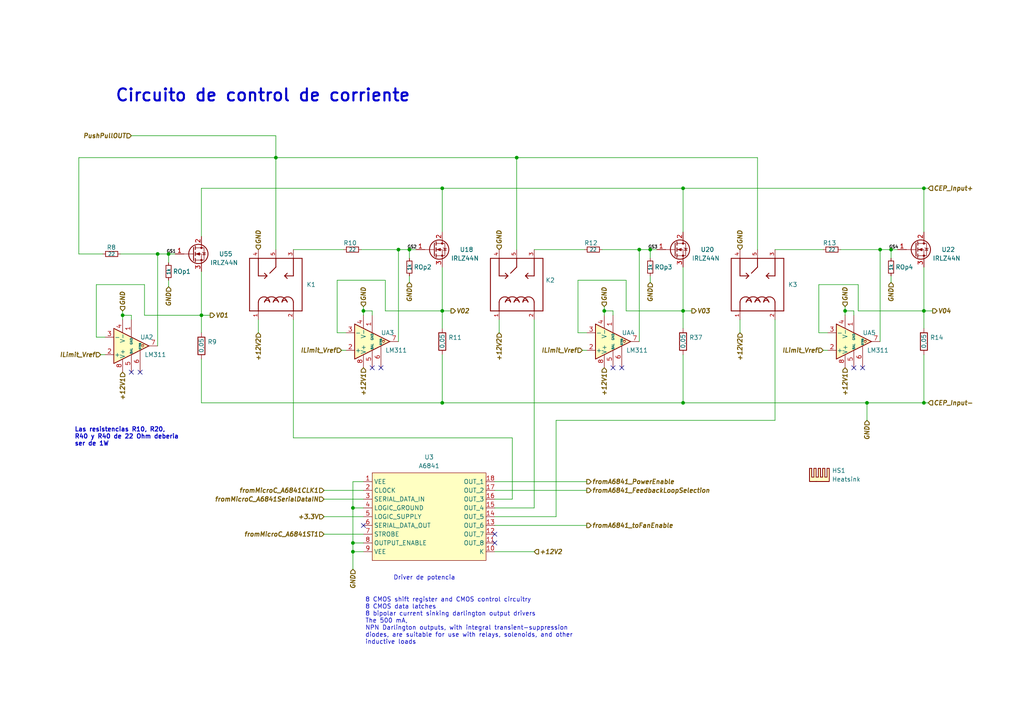
<source format=kicad_sch>
(kicad_sch (version 20211123) (generator eeschema)
  (paper "A4")
  (title_block (rev "V01") (comment 2 "creativecommons.orgn/licenses/by/4.0/") (comment 3 "License: CC BY 4.0") (comment 4 "Author: Ibañez Lucas"))
  (lib_symbols
    (symbol "CEDCp:A6841"
      (property "Reference" "U" (at 2.54 3.81 0))
      (property "Value" "A6841" (at 16.51 0 0))
      (symbol "A6841_0_1"
        (rectangle (start 0 2.54) (end 33.02 -22.86) (fill (type background)))
      )
      (symbol "A6841_1_1"
        (pin input line (at -2.54 0 0) (length 2.54) (name "VEE") (number "1"))
        (pin input line (at 35.56 -20.32 180) (length 2.54) (name "K") (number "10"))
        (pin input line (at 35.56 -17.78 180) (length 2.54) (name "OUT_8") (number "11"))
        (pin input line (at 35.56 -15.24 180) (length 2.54) (name "OUT_7") (number "12"))
        (pin input line (at 35.56 -12.7 180) (length 2.54) (name "OUT_6") (number "13"))
        (pin input line (at 35.56 -10.16 180) (length 2.54) (name "OUT_5") (number "14"))
        (pin input line (at 35.56 -7.62 180) (length 2.54) (name "OUT_4") (number "15"))
        (pin input line (at 35.56 -5.08 180) (length 2.54) (name "OUT_3") (number "16"))
        (pin input line (at 35.56 -2.54 180) (length 2.54) (name "OUT_2") (number "17"))
        (pin input line (at 35.56 0 180) (length 2.54) (name "OUT_1") (number "18"))
        (pin input line (at -2.54 -2.54 0) (length 2.54) (name "CLOCK") (number "2"))
        (pin input line (at -2.54 -5.08 0) (length 2.54) (name "SERIAL_DATA_IN") (number "3"))
        (pin input line (at -2.54 -7.62 0) (length 2.54) (name "LOGIC_GROUND") (number "4"))
        (pin input line (at -2.54 -10.16 0) (length 2.54) (name "LOGIC_SUPPLY") (number "5"))
        (pin input line (at -2.54 -12.7 0) (length 2.54) (name "SERIAL_DATA_OUT") (number "6"))
        (pin input line (at -2.54 -15.24 0) (length 2.54) (name "STROBE") (number "7"))
        (pin input line (at -2.54 -17.78 0) (length 2.54) (name "OUTPUT_ENABLE") (number "8"))
        (pin input line (at -2.54 -20.32 0) (length 2.54) (name "VEE") (number "9"))
      )
    )
    (symbol "CEDCp:JJM1-12V" (pin_names (offset 1.016) hide)
      (property "Reference" "K" (at -7.62 8.128 0))
      (property "Value" "JJM1-12V" (at -7.62 -10.16 0))
      (symbol "JJM1-12V_0_0"
        (arc (start -5.08 -5.08) (mid -3.5511 -3.429) (end -5.08 -1.778) (stroke (width 0.254)))
        (arc (start -5.08 -3.302) (mid -4.513 -2.54) (end -5.08 -1.778) (stroke (width 0.254)))
        (arc (start -5.08 -3.302) (mid -3.5499 -1.27) (end -5.08 0.762) (stroke (width 0.254)))
        (arc (start -5.08 -0.762) (mid -4.513 0) (end -5.08 0.762) (stroke (width 0.254)))
        (arc (start -5.08 -0.762) (mid -3.5314 1.27) (end -5.08 3.302) (stroke (width 0.254)))
        (arc (start -5.08 1.778) (mid -4.513 2.54) (end -5.08 3.302) (stroke (width 0.254)))
        (arc (start -5.08 1.778) (mid -3.5511 3.429) (end -5.08 5.08) (stroke (width 0.254)))
        (polyline (pts (xy -7.62 -7.62) (xy -7.62 -5.08)) (stroke (width 0.254)))
        (polyline (pts (xy -7.62 -5.08) (xy -7.62 5.08)) (stroke (width 0.254)))
        (polyline (pts (xy -7.62 -5.08) (xy -5.08 -5.08)) (stroke (width 0.254)))
        (polyline (pts (xy -7.62 5.08) (xy -7.62 7.62)) (stroke (width 0.254)))
        (polyline (pts (xy -7.62 5.08) (xy -5.08 5.08)) (stroke (width 0.254)))
        (polyline (pts (xy -7.62 7.62) (xy 7.62 7.62)) (stroke (width 0.254)))
        (polyline (pts (xy 2.54 -5.08) (xy 2.54 -2.54)) (stroke (width 0.254)))
        (polyline (pts (xy 2.54 -2.54) (xy 1.778 -3.302)) (stroke (width 0.254)))
        (polyline (pts (xy 2.54 -2.54) (xy 3.302 -3.302)) (stroke (width 0.254)))
        (polyline (pts (xy 2.54 2.54) (xy 1.778 3.302)) (stroke (width 0.254)))
        (polyline (pts (xy 2.54 2.54) (xy 3.302 3.302)) (stroke (width 0.254)))
        (polyline (pts (xy 2.54 5.08) (xy 2.54 2.54)) (stroke (width 0.254)))
        (polyline (pts (xy 5.08 0) (xy 3.302 1.778)) (stroke (width 0.254)))
        (polyline (pts (xy 7.62 -7.62) (xy -7.62 -7.62)) (stroke (width 0.254)))
        (polyline (pts (xy 7.62 -5.08) (xy 2.54 -5.08)) (stroke (width 0.254)))
        (polyline (pts (xy 7.62 -5.08) (xy 7.62 -7.62)) (stroke (width 0.254)))
        (polyline (pts (xy 7.62 0) (xy 5.08 0)) (stroke (width 0.254)))
        (polyline (pts (xy 7.62 0) (xy 7.62 -5.08)) (stroke (width 0.254)))
        (polyline (pts (xy 7.62 5.08) (xy 2.54 5.08)) (stroke (width 0.254)))
        (polyline (pts (xy 7.62 5.08) (xy 7.62 0)) (stroke (width 0.254)))
        (polyline (pts (xy 7.62 7.62) (xy 7.62 5.08)) (stroke (width 0.254)))
        (pin passive line (at -10.16 5.08 0) (length 2.54) (name "~") (number "1"))
        (pin passive line (at -10.16 -5.08 0) (length 2.54) (name "~") (number "2"))
        (pin passive line (at 10.16 -5.08 180) (length 2.54) (name "NO") (number "3"))
        (pin passive line (at 10.16 5.08 180) (length 2.54) (name "NC") (number "4"))
        (pin passive line (at 10.16 0 180) (length 2.54) (name "C") (number "5"))
      )
    )
    (symbol "Comparator:LM311" (pin_names (offset 0.127))
      (property "Reference" "U" (at 3.81 6.35 0))
      (property "Value" "LM311" (at 3.81 3.81 0))
      (symbol "LM311_0_1"
        (polyline (pts (xy 5.08 0) (xy -5.08 5.08) (xy -5.08 -5.08) (xy 5.08 0)) (stroke (width 0.254)) (fill (type background)))
        (polyline (pts (xy 3.683 -0.381) (xy 3.302 -0.381) (xy 3.683 0) (xy 3.302 0.381) (xy 2.921 0) (xy 3.302 -0.381) (xy 2.921 -0.381)) (stroke (width 0.127)))
      )
      (symbol "LM311_1_1"
        (pin passive line (at 0 -7.62 90) (length 5.08) (name "GND") (number "1"))
        (pin input line (at -7.62 2.54 0) (length 2.54) (name "+") (number "2"))
        (pin input line (at -7.62 -2.54 0) (length 2.54) (name "-") (number "3"))
        (pin power_in line (at -2.54 -7.62 90) (length 3.81) (name "V-") (number "4"))
        (pin input line (at 0 7.62 270) (length 5.08) (name "BAL") (number "5"))
        (pin input line (at 2.54 7.62 270) (length 6.35) (name "STRB") (number "6"))
        (pin open_collector line (at 7.62 0 180) (length 2.54) (name "~") (number "7"))
        (pin power_in line (at -2.54 7.62 270) (length 3.81) (name "V+") (number "8"))
      )
    )
    (symbol "Device:R" (pin_numbers hide) (pin_names (offset 0))
      (property "Reference" "R" (at 2.032 0 90))
      (property "Value" "R" (at 0 0 90))
      (symbol "R_0_1"
        (rectangle (start -1.016 -2.54) (end 1.016 2.54) (stroke (width 0.254)))
      )
      (symbol "R_1_1"
        (pin passive line (at 0 3.81 270) (length 1.27) (name "~") (number "1"))
        (pin passive line (at 0 -3.81 90) (length 1.27) (name "~") (number "2"))
      )
    )
    (symbol "Device:R_Small" (pin_numbers hide) (pin_names (offset 0.254) hide)
      (property "Reference" "R" (at 0.762 0.508 0))
      (property "Value" "R_Small" (at 0.762 -1.016 0))
      (symbol "R_Small_0_1"
        (rectangle (start -0.762 1.778) (end 0.762 -1.778) (stroke (width 0.2032)))
      )
      (symbol "R_Small_1_1"
        (pin passive line (at 0 2.54 270) (length 0.762) (name "~") (number "1"))
        (pin passive line (at 0 -2.54 90) (length 0.762) (name "~") (number "2"))
      )
    )
    (symbol "Mechanical:Heatsink" (pin_names (offset 1.016))
      (property "Reference" "HS" (at 0 5.08 0))
      (property "Value" "Heatsink" (at 0 -1.27 0))
      (symbol "Heatsink_0_1"
        (polyline (pts (xy -0.3302 1.27) (xy -0.9652 1.27) (xy -0.9652 3.81) (xy -1.6002 3.81) (xy -1.6002 1.27) (xy -2.2352 1.27) (xy -2.2352 3.81) (xy -2.8702 3.81) (xy -2.8702 0) (xy -0.9652 0)) (stroke (width 0.254)) (fill (type background)))
        (polyline (pts (xy -0.3302 1.27) (xy -0.3302 3.81) (xy 0.3048 3.81) (xy 0.3048 1.27) (xy 0.9398 1.27) (xy 0.9398 3.81) (xy 1.5748 3.81) (xy 1.5748 1.27) (xy 2.2098 1.27) (xy 2.2098 3.81) (xy 2.8448 3.81) (xy 2.8448 0) (xy -0.9652 0)) (stroke (width 0.254)) (fill (type background)))
      )
    )
    (symbol "Transistor_FET:IRLZ44N" (pin_names hide)
      (property "Reference" "Q" (at 6.35 1.905 0))
      (property "Value" "IRLZ44N" (at 6.35 0 0))
      (symbol "IRLZ44N_0_1"
        (polyline (pts (xy 0.254 0) (xy -2.54 0)))
        (polyline (pts (xy 0.254 1.905) (xy 0.254 -1.905)) (stroke (width 0.254)))
        (polyline (pts (xy 0.762 -1.27) (xy 0.762 -2.286)) (stroke (width 0.254)))
        (polyline (pts (xy 0.762 0.508) (xy 0.762 -0.508)) (stroke (width 0.254)))
        (polyline (pts (xy 0.762 2.286) (xy 0.762 1.27)) (stroke (width 0.254)))
        (polyline (pts (xy 2.54 2.54) (xy 2.54 1.778)))
        (polyline (pts (xy 2.54 -2.54) (xy 2.54 0) (xy 0.762 0)))
        (polyline (pts (xy 0.762 -1.778) (xy 3.302 -1.778) (xy 3.302 1.778) (xy 0.762 1.778)))
        (polyline (pts (xy 1.016 0) (xy 2.032 0.381) (xy 2.032 -0.381) (xy 1.016 0)) (fill (type outline)))
        (polyline (pts (xy 2.794 0.508) (xy 2.921 0.381) (xy 3.683 0.381) (xy 3.81 0.254)))
        (polyline (pts (xy 3.302 0.381) (xy 2.921 -0.254) (xy 3.683 -0.254) (xy 3.302 0.381)))
        (circle (center 1.651 0) (radius 2.794) (stroke (width 0.254)))
        (circle (center 2.54 -1.778) (radius 0.254) (fill (type outline)))
        (circle (center 2.54 1.778) (radius 0.254) (fill (type outline)))
      )
      (symbol "IRLZ44N_1_1"
        (pin input line (at -5.08 0 0) (length 2.54) (name "G") (number "1"))
        (pin passive line (at 2.54 5.08 270) (length 2.54) (name "D") (number "2"))
        (pin passive line (at 2.54 -5.08 90) (length 2.54) (name "S") (number "3"))
      )
    )
  )
  (junction (at 105.41 90.17))
  (junction (at 128.27 54.61))
  (junction (at 80.01 45.72))
  (junction (at 58.42 91.44))
  (junction (at 149.86 45.72))
  (junction (at 48.895 73.66))
  (junction (at 102.362 147.32))
  (junction (at 102.362 157.48))
  (junction (at 267.97 54.61))
  (junction (at 251.46 116.84))
  (junction (at 45.72 73.66))
  (junction (at 175.26 90.17))
  (junction (at 245.11 90.17))
  (junction (at 267.97 116.84))
  (junction (at 128.27 116.84))
  (junction (at 118.745 72.39))
  (junction (at 255.27 72.39))
  (junction (at 102.362 160.02))
  (junction (at 128.27 90.17))
  (junction (at 258.445 72.39))
  (junction (at 198.12 116.84))
  (junction (at 267.97 90.17))
  (junction (at 35.56 91.44))
  (junction (at 115.57 72.39))
  (junction (at 198.12 90.17))
  (junction (at 188.595 72.39))
  (junction (at 198.12 54.61))
  (junction (at 185.42 72.39))
  (no_connect (at 38.1 107.95))
  (no_connect (at 143.51 157.48))
  (no_connect (at 143.51 154.94))
  (no_connect (at 105.41 152.4))
  (no_connect (at 40.64 107.95))
  (no_connect (at 247.65 106.68))
  (no_connect (at 250.19 106.68))
  (no_connect (at 110.49 106.68))
  (no_connect (at 177.8 106.68))
  (no_connect (at 180.34 106.68))
  (no_connect (at 107.95 106.68))
  (wire (pts (xy 58.42 91.44) (xy 41.91 91.44)))
  (wire (pts (xy 247.65 91.44) (xy 247.65 90.17)))
  (wire (pts (xy 58.42 54.61) (xy 58.42 68.58)))
  (wire (pts (xy 128.27 90.17) (xy 128.27 95.25)))
  (wire (pts (xy 245.11 90.17) (xy 245.11 88.9)))
  (wire (pts (xy 48.895 81.28) (xy 48.895 83.185)))
  (wire (pts (xy 198.12 90.17) (xy 198.12 95.25)))
  (wire (pts (xy 58.42 91.44) (xy 58.42 96.52)))
  (wire (pts (xy 105.41 91.44) (xy 105.41 90.17)))
  (wire (pts (xy 105.41 144.78) (xy 93.98 144.78)))
  (wire (pts (xy 248.92 82.55) (xy 248.92 90.17)))
  (wire (pts (xy 45.72 73.66) (xy 45.72 100.33)))
  (wire (pts (xy 148.59 144.78) (xy 143.51 144.78)))
  (wire (pts (xy 38.1 91.44) (xy 35.56 91.44)))
  (wire (pts (xy 111.76 90.17) (xy 111.76 81.28)))
  (wire (pts (xy 102.362 157.48) (xy 105.41 157.48)))
  (wire (pts (xy 198.12 90.17) (xy 181.61 90.17)))
  (wire (pts (xy 251.46 121.92) (xy 251.46 116.84)))
  (wire (pts (xy 198.12 67.31) (xy 198.12 54.61)))
  (wire (pts (xy 224.79 92.71) (xy 224.79 121.92)))
  (wire (pts (xy 118.745 80.01) (xy 118.745 81.915)))
  (wire (pts (xy 269.24 116.84) (xy 267.97 116.84)))
  (wire (pts (xy 240.03 101.6) (xy 238.76 101.6)))
  (wire (pts (xy 258.445 72.39) (xy 260.35 72.39)))
  (wire (pts (xy 188.595 72.39) (xy 188.595 74.93)))
  (wire (pts (xy 118.745 72.39) (xy 118.745 74.93)))
  (wire (pts (xy 198.12 102.87) (xy 198.12 116.84)))
  (wire (pts (xy 237.49 82.55) (xy 237.49 96.52)))
  (wire (pts (xy 128.27 90.17) (xy 111.76 90.17)))
  (wire (pts (xy 35.56 91.44) (xy 35.56 90.17)))
  (wire (pts (xy 100.33 101.6) (xy 99.06 101.6)))
  (wire (pts (xy 188.595 72.39) (xy 190.5 72.39)))
  (wire (pts (xy 102.362 160.02) (xy 105.41 160.02)))
  (wire (pts (xy 93.98 142.24) (xy 105.41 142.24)))
  (wire (pts (xy 224.79 72.39) (xy 238.76 72.39)))
  (wire (pts (xy 198.12 77.47) (xy 198.12 90.17)))
  (wire (pts (xy 167.64 81.28) (xy 167.64 96.52)))
  (wire (pts (xy 224.79 121.92) (xy 161.29 121.92)))
  (wire (pts (xy 111.76 81.28) (xy 97.79 81.28)))
  (wire (pts (xy 41.91 82.55) (xy 27.94 82.55)))
  (wire (pts (xy 255.27 72.39) (xy 258.445 72.39)))
  (wire (pts (xy 128.27 102.87) (xy 128.27 116.84)))
  (wire (pts (xy 269.24 54.61) (xy 267.97 54.61)))
  (wire (pts (xy 58.42 104.14) (xy 58.42 116.84)))
  (wire (pts (xy 154.94 92.71) (xy 154.94 147.32)))
  (wire (pts (xy 175.26 90.17) (xy 175.26 88.9)))
  (wire (pts (xy 128.27 54.61) (xy 58.42 54.61)))
  (wire (pts (xy 118.745 72.39) (xy 120.65 72.39)))
  (wire (pts (xy 200.66 90.17) (xy 198.12 90.17)))
  (wire (pts (xy 198.12 54.61) (xy 128.27 54.61)))
  (wire (pts (xy 144.78 96.52) (xy 144.78 92.71)))
  (wire (pts (xy 175.26 91.44) (xy 175.26 90.17)))
  (wire (pts (xy 22.86 73.66) (xy 29.845 73.66)))
  (wire (pts (xy 243.84 72.39) (xy 255.27 72.39)))
  (wire (pts (xy 97.79 81.28) (xy 97.79 96.52)))
  (wire (pts (xy 45.72 73.66) (xy 48.895 73.66)))
  (wire (pts (xy 161.29 121.92) (xy 161.29 149.86)))
  (wire (pts (xy 60.96 91.44) (xy 58.42 91.44)))
  (wire (pts (xy 115.57 72.39) (xy 115.57 99.06)))
  (wire (pts (xy 102.362 139.7) (xy 102.362 147.32)))
  (wire (pts (xy 107.95 90.17) (xy 105.41 90.17)))
  (wire (pts (xy 248.92 82.55) (xy 237.49 82.55)))
  (wire (pts (xy 85.09 127) (xy 148.59 127)))
  (wire (pts (xy 35.56 92.71) (xy 35.56 91.44)))
  (wire (pts (xy 170.18 101.6) (xy 168.91 101.6)))
  (wire (pts (xy 29.21 102.87) (xy 30.48 102.87)))
  (wire (pts (xy 255.27 72.39) (xy 255.27 99.06)))
  (wire (pts (xy 267.97 54.61) (xy 198.12 54.61)))
  (wire (pts (xy 80.01 39.37) (xy 38.1 39.37)))
  (wire (pts (xy 185.42 72.39) (xy 188.595 72.39)))
  (wire (pts (xy 247.65 90.17) (xy 245.11 90.17)))
  (wire (pts (xy 34.925 73.66) (xy 45.72 73.66)))
  (wire (pts (xy 22.86 45.72) (xy 80.01 45.72)))
  (wire (pts (xy 97.79 96.52) (xy 100.33 96.52)))
  (wire (pts (xy 41.91 91.44) (xy 41.91 82.55)))
  (wire (pts (xy 154.94 72.39) (xy 169.545 72.39)))
  (wire (pts (xy 149.86 45.72) (xy 80.01 45.72)))
  (wire (pts (xy 104.775 72.39) (xy 115.57 72.39)))
  (wire (pts (xy 143.51 139.7) (xy 170.18 139.7)))
  (wire (pts (xy 105.41 90.17) (xy 105.41 88.9)))
  (wire (pts (xy 148.59 127) (xy 148.59 144.78)))
  (wire (pts (xy 80.01 72.39) (xy 80.01 45.72)))
  (wire (pts (xy 27.94 82.55) (xy 27.94 97.79)))
  (wire (pts (xy 102.362 160.02) (xy 102.362 165.1)))
  (wire (pts (xy 74.93 96.52) (xy 74.93 92.71)))
  (wire (pts (xy 267.97 67.31) (xy 267.97 54.61)))
  (wire (pts (xy 85.09 92.71) (xy 85.09 127)))
  (wire (pts (xy 58.42 116.84) (xy 128.27 116.84)))
  (wire (pts (xy 22.86 73.66) (xy 22.86 45.72)))
  (wire (pts (xy 188.595 80.01) (xy 188.595 81.915)))
  (wire (pts (xy 198.12 116.84) (xy 251.46 116.84)))
  (wire (pts (xy 38.1 92.71) (xy 38.1 91.44)))
  (wire (pts (xy 185.42 72.39) (xy 185.42 99.06)))
  (wire (pts (xy 48.895 73.66) (xy 50.8 73.66)))
  (wire (pts (xy 143.51 160.02) (xy 154.94 160.02)))
  (wire (pts (xy 149.86 72.39) (xy 149.86 45.72)))
  (wire (pts (xy 258.445 80.01) (xy 258.445 81.915)))
  (wire (pts (xy 170.18 152.4) (xy 143.51 152.4)))
  (wire (pts (xy 80.01 45.72) (xy 80.01 39.37)))
  (wire (pts (xy 267.97 102.87) (xy 267.97 116.84)))
  (wire (pts (xy 258.445 72.39) (xy 258.445 74.93)))
  (wire (pts (xy 170.18 142.24) (xy 143.51 142.24)))
  (wire (pts (xy 102.362 157.48) (xy 102.362 160.02)))
  (wire (pts (xy 177.8 91.44) (xy 177.8 90.17)))
  (wire (pts (xy 105.41 149.86) (xy 93.98 149.86)))
  (wire (pts (xy 102.362 139.7) (xy 105.41 139.7)))
  (wire (pts (xy 161.29 149.86) (xy 143.51 149.86)))
  (wire (pts (xy 105.41 154.94) (xy 93.98 154.94)))
  (wire (pts (xy 219.71 72.39) (xy 219.71 45.72)))
  (wire (pts (xy 267.97 95.25) (xy 267.97 90.17)))
  (wire (pts (xy 115.57 72.39) (xy 118.745 72.39)))
  (wire (pts (xy 174.625 72.39) (xy 185.42 72.39)))
  (wire (pts (xy 181.61 90.17) (xy 181.61 81.28)))
  (wire (pts (xy 167.64 96.52) (xy 170.18 96.52)))
  (wire (pts (xy 149.86 45.72) (xy 219.71 45.72)))
  (wire (pts (xy 248.92 90.17) (xy 267.97 90.17)))
  (wire (pts (xy 237.49 96.52) (xy 240.03 96.52)))
  (wire (pts (xy 177.8 90.17) (xy 175.26 90.17)))
  (wire (pts (xy 128.27 116.84) (xy 198.12 116.84)))
  (wire (pts (xy 181.61 81.28) (xy 167.64 81.28)))
  (wire (pts (xy 102.362 147.32) (xy 102.362 157.48)))
  (wire (pts (xy 143.51 147.32) (xy 154.94 147.32)))
  (wire (pts (xy 102.362 147.32) (xy 105.41 147.32)))
  (wire (pts (xy 130.81 90.17) (xy 128.27 90.17)))
  (wire (pts (xy 267.97 77.47) (xy 267.97 90.17)))
  (wire (pts (xy 270.51 90.17) (xy 267.97 90.17)))
  (wire (pts (xy 27.94 97.79) (xy 30.48 97.79)))
  (wire (pts (xy 245.11 91.44) (xy 245.11 90.17)))
  (wire (pts (xy 128.27 77.47) (xy 128.27 90.17)))
  (wire (pts (xy 107.95 91.44) (xy 107.95 90.17)))
  (wire (pts (xy 48.895 73.66) (xy 48.895 76.2)))
  (wire (pts (xy 128.27 67.31) (xy 128.27 54.61)))
  (wire (pts (xy 58.42 78.74) (xy 58.42 91.44)))
  (wire (pts (xy 214.63 96.52) (xy 214.63 92.71)))
  (wire (pts (xy 251.46 116.84) (xy 267.97 116.84)))
  (wire (pts (xy 85.09 72.39) (xy 99.695 72.39)))
  (text "Driver de potencia" (at 114.0968 168.402 0) (effects (font (size 1.27 1.27)) (justify left bottom)))
  (text "8 CMOS shift register and CMOS control circuitry\n8 CMOS data latches\n8 bipolar current sinking darlington output drivers\nThe 500 mA,\nNPN Darlington outputs, with integral transient-suppression\ndiodes, are suitable for use with relays, solenoids, and other\ninductive loads\n" (at 105.918 187.0456 0) (effects (font (size 1.27 1.27)) (justify left bottom)))
  (text "Circuito de control de corriente" (at 33.274 29.845 0) (effects (font (size 3.5 3.5) (thickness 0.5994) bold) (justify left bottom)))
  (text "Las resistencias R10, R20, \nR40 y R40 de 22 Ohm deberia \nser de 1W" (at 21.59 129.54 0) (effects (font (size 1.27 1.27) (thickness 0.254) bold) (justify left bottom)))
  (label "GS2" (at 118.11 72.39 0) (effects (font (size 0.889 0.889) (thickness 0.1778) bold)))
  (label "GS1" (at 48.26 73.66 0) (effects (font (size 0.889 0.889) (thickness 0.1778) bold)))
  (label "GS4" (at 257.81 72.39 0) (effects (font (size 0.889 0.889) (thickness 0.1778) bold)))
  (label "GS3" (at 187.96 72.39 0) (effects (font (size 0.889 0.889) (thickness 0.1778) bold)))
  (hierarchical_label "GND" (shape input) (at 35.56 90.17 90) (effects (font (size 1.2954 1.2954) (thickness 0.2591) bold italic)))
  (hierarchical_label "PushPullOUT" (shape input) (at 38.1 39.37 180) (effects (font (size 1.2954 1.2954) (thickness 0.2591) bold italic)))
  (hierarchical_label "GND" (shape input) (at 105.41 88.9 90) (effects (font (size 1.2954 1.2954) (thickness 0.2591) bold italic)))
  (hierarchical_label "ILimit_Vref" (shape input) (at 168.91 101.6 180) (effects (font (size 1.2954 1.2954) (thickness 0.2591) bold italic)))
  (hierarchical_label "fromMicroC_A6841CLK1" (shape input) (at 93.98 142.24 180) (effects (font (size 1.2954 1.2954) (thickness 0.2591) bold italic)))
  (hierarchical_label "V04" (shape output) (at 270.51 90.17 0) (effects (font (size 1.2954 1.2954) (thickness 0.2591) bold italic)))
  (hierarchical_label "ILimit_Vref" (shape input) (at 238.76 101.6 180) (effects (font (size 1.2954 1.2954) (thickness 0.2591) bold italic)))
  (hierarchical_label "V01" (shape output) (at 60.96 91.44 0) (effects (font (size 1.2954 1.2954) (thickness 0.2591) bold italic)))
  (hierarchical_label "fromA6841_toFanEnable" (shape output) (at 170.18 152.4 0) (effects (font (size 1.2954 1.2954) (thickness 0.2591) bold italic)))
  (hierarchical_label "GND" (shape input) (at 258.445 81.915 270) (effects (font (size 1.2954 1.2954) (thickness 0.2591) bold italic)))
  (hierarchical_label "+12V2" (shape input) (at 154.94 160.02 0) (effects (font (size 1.2954 1.2954) (thickness 0.2591) bold italic)))
  (hierarchical_label "+12V1" (shape input) (at 35.56 107.95 270) (effects (font (size 1.2954 1.2954) (thickness 0.2591) bold italic)))
  (hierarchical_label "GND" (shape input) (at 214.63 72.39 90) (effects (font (size 1.2954 1.2954) (thickness 0.2591) bold italic)))
  (hierarchical_label "GND" (shape input) (at 118.745 81.915 270) (effects (font (size 1.2954 1.2954) (thickness 0.2591) bold italic)))
  (hierarchical_label "GND" (shape input) (at 144.78 72.39 90) (effects (font (size 1.2954 1.2954) (thickness 0.2591) bold italic)))
  (hierarchical_label "GND" (shape input) (at 188.595 81.915 270) (effects (font (size 1.2954 1.2954) (thickness 0.2591) bold italic)))
  (hierarchical_label "fromA6841_PowerEnable" (shape output) (at 170.18 139.7 0) (effects (font (size 1.2954 1.2954) (thickness 0.2591) bold italic)))
  (hierarchical_label "+12V1" (shape input) (at 245.11 106.68 270) (effects (font (size 1.2954 1.2954) (thickness 0.2591) bold italic)))
  (hierarchical_label "ILimit_Vref" (shape input) (at 29.21 102.87 180) (effects (font (size 1.2954 1.2954) (thickness 0.2591) bold italic)))
  (hierarchical_label "+12V2" (shape input) (at 74.93 96.52 270) (effects (font (size 1.2954 1.2954) (thickness 0.2591) bold italic)))
  (hierarchical_label "GND" (shape input) (at 175.26 88.9 90) (effects (font (size 1.2954 1.2954) (thickness 0.2591) bold italic)))
  (hierarchical_label "GND" (shape input) (at 251.46 121.92 270) (effects (font (size 1.2954 1.2954) (thickness 0.2591) bold italic)))
  (hierarchical_label "+12V2" (shape input) (at 144.78 96.52 270) (effects (font (size 1.2954 1.2954) (thickness 0.2591) bold italic)))
  (hierarchical_label "GND" (shape input) (at 102.362 165.1 270) (effects (font (size 1.2954 1.2954) (thickness 0.2591) bold italic)))
  (hierarchical_label "ILimit_Vref" (shape input) (at 99.06 101.6 180) (effects (font (size 1.2954 1.2954) (thickness 0.2591) bold italic)))
  (hierarchical_label "+12V2" (shape input) (at 214.63 96.52 270) (effects (font (size 1.2954 1.2954) (thickness 0.2591) bold italic)))
  (hierarchical_label "+12V1" (shape input) (at 175.26 106.68 270) (effects (font (size 1.2954 1.2954) (thickness 0.2591) bold italic)))
  (hierarchical_label "GND" (shape input) (at 245.11 88.9 90) (effects (font (size 1.2954 1.2954) (thickness 0.2591) bold italic)))
  (hierarchical_label "fromMicroC_A6841ST1" (shape input) (at 93.98 154.94 180) (effects (font (size 1.2954 1.2954) (thickness 0.2591) bold italic)))
  (hierarchical_label "CEP_Input-" (shape input) (at 269.24 116.84 0) (effects (font (size 1.2954 1.2954) (thickness 0.2591) bold italic)))
  (hierarchical_label "fromA6841_FeedbackLoopSelection" (shape output) (at 170.18 142.24 0) (effects (font (size 1.2954 1.2954) (thickness 0.2591) bold italic)))
  (hierarchical_label "V02" (shape output) (at 130.81 90.17 0) (effects (font (size 1.2954 1.2954) (thickness 0.2591) bold italic)))
  (hierarchical_label "V03" (shape output) (at 200.66 90.17 0) (effects (font (size 1.2954 1.2954) (thickness 0.2591) bold italic)))
  (hierarchical_label "GND" (shape input) (at 48.895 83.185 270) (effects (font (size 1.2954 1.2954) (thickness 0.2591) bold italic)))
  (hierarchical_label "CEP_Input+" (shape input) (at 269.24 54.61 0) (effects (font (size 1.2954 1.2954) (thickness 0.2591) bold italic)))
  (hierarchical_label "GND" (shape input) (at 74.93 72.39 90) (effects (font (size 1.2954 1.2954) (thickness 0.2591) bold italic)))
  (hierarchical_label "+3.3V" (shape input) (at 93.98 149.86 180) (effects (font (size 1.2954 1.2954) (thickness 0.2591) bold italic)))
  (hierarchical_label "+12V1" (shape input) (at 105.41 106.68 270) (effects (font (size 1.2954 1.2954) (thickness 0.2591) bold italic)))
  (hierarchical_label "fromMicroC_A6841SerialDataIN" (shape input) (at 93.98 144.78 180) (effects (font (size 1.2954 1.2954) (thickness 0.2591) bold italic)))
  (symbol (lib_id "Transistor_FET:IRLZ44N") (at 55.88 73.66 0) (unit 1)
    (property "Reference" "U55" (at 63.5 73.66 0) (effects (justify left)))
    (property "Value" "IRLZ44N" (at 60.96 76.2 0) (effects (justify left)))
    (property "Footprint" "Package_TO_SOT_THT:TO-220-3_Vertical" (effects hide))
    (property "Datasheet" "http://www.irf.com/product-info/datasheets/data/irlz44n.pdf" (effects hide))
  )
  (symbol (lib_id "Comparator:LM311") (at 38.1 100.33 0) (mirror x) (unit 1)
    (property "Reference" "UA2" (at 40.64 97.79 0) (effects (justify left)))
    (property "Value" "LM311" (at 41.91 102.87 0) (effects (justify left)))
    (property "Footprint" "CEDCp:LM311P" (effects hide))
    (property "Datasheet" "https://www.st.com/resource/en/datasheet/lm311.pdf" (effects hide))
  )
  (symbol (lib_id "Transistor_FET:IRLZ44N") (at 125.73 72.39 0) (unit 1)
    (property "Reference" "U18" (at 133.35 72.39 0) (effects (justify left)))
    (property "Value" "IRLZ44N" (at 130.81 74.93 0) (effects (justify left)))
    (property "Footprint" "Package_TO_SOT_THT:TO-220-3_Vertical" (effects hide))
    (property "Datasheet" "http://www.irf.com/product-info/datasheets/data/irlz44n.pdf" (effects hide))
  )
  (symbol (lib_id "Comparator:LM311") (at 107.95 99.06 0) (mirror x) (unit 1)
    (property "Reference" "UA3" (at 110.49 96.52 0) (effects (justify left)))
    (property "Value" "LM311" (at 111.76 101.6 0) (effects (justify left)))
    (property "Footprint" "CEDCp:LM311P" (effects hide))
    (property "Datasheet" "https://www.st.com/resource/en/datasheet/lm311.pdf" (effects hide))
  )
  (symbol (lib_id "Device:R") (at 198.12 99.06 0) (unit 1)
    (property "Reference" "R37" (at 199.898 97.8916 0) (effects (justify left)))
    (property "Value" "0,05" (at 198.12 101.092 90) (effects (font (size 1.2 1.2)) (justify left)))
    (property "Footprint" "Capacitor_THT:C_Rect_L16.5mm_W4.7mm_P15.00mm_MKT" (effects hide))
  )
  (symbol (lib_id "Transistor_FET:IRLZ44N") (at 195.58 72.39 0) (unit 1)
    (property "Reference" "U20" (at 203.2 72.39 0) (effects (justify left)))
    (property "Value" "IRLZ44N" (at 200.66 74.93 0) (effects (justify left)))
    (property "Footprint" "Package_TO_SOT_THT:TO-220-3_Vertical" (effects hide))
    (property "Datasheet" "http://www.irf.com/product-info/datasheets/data/irlz44n.pdf" (effects hide))
  )
  (symbol (lib_id "Comparator:LM311") (at 177.8 99.06 0) (mirror x) (unit 1)
    (property "Reference" "UA4" (at 180.34 96.52 0) (effects (justify left)))
    (property "Value" "LM311" (at 181.61 101.6 0) (effects (justify left)))
    (property "Footprint" "CEDCp:LM311P" (effects hide))
    (property "Datasheet" "https://www.st.com/resource/en/datasheet/lm311.pdf" (effects hide))
  )
  (symbol (lib_id "Comparator:LM311") (at 247.65 99.06 0) (mirror x) (unit 1)
    (property "Reference" "UA5" (at 250.19 96.52 0) (effects (justify left)))
    (property "Value" "LM311" (at 251.46 101.6 0) (effects (justify left)))
    (property "Footprint" "CEDCp:LM311P" (effects hide))
    (property "Datasheet" "https://www.st.com/resource/en/datasheet/lm311.pdf" (effects hide))
  )
  (symbol (lib_id "Transistor_FET:IRLZ44N") (at 265.43 72.39 0) (unit 1)
    (property "Reference" "U22" (at 273.05 72.39 0) (effects (justify left)))
    (property "Value" "IRLZ44N" (at 270.51 74.93 0) (effects (justify left)))
    (property "Footprint" "Package_TO_SOT_THT:TO-220-3_Vertical" (effects hide))
    (property "Datasheet" "http://www.irf.com/product-info/datasheets/data/irlz44n.pdf" (effects hide))
  )
  (symbol (lib_id "Device:R_Small") (at 241.3 72.39 90) (unit 1)
    (property "Reference" "R13" (at 242.57 70.485 90) (effects (justify left)))
    (property "Value" "22" (at 242.316 72.39 90) (effects (font (size 1 1)) (justify left)))
    (property "Footprint" "CEDCp:Resistencia_0,25W" (effects hide))
  )
  (symbol (lib_id "Device:R") (at 128.27 99.06 0) (unit 1)
    (property "Reference" "R11" (at 130.048 97.8916 0) (effects (justify left)))
    (property "Value" "0,05" (at 128.27 101.092 90) (effects (font (size 1.2 1.2)) (justify left)))
    (property "Footprint" "Capacitor_THT:C_Rect_L16.5mm_W4.7mm_P15.00mm_MKT" (effects hide))
  )
  (symbol (lib_id "Device:R_Small") (at 258.445 77.47 0) (unit 1)
    (property "Reference" "ROp4" (at 259.715 77.47 0) (effects (justify left)))
    (property "Value" "1k" (at 258.445 78.486 90) (effects (font (size 1 1)) (justify left)))
    (property "Footprint" "CEDCp:Resistencia_0,25W" (effects hide))
  )
  (symbol (lib_id "CEDCp:JJM1-12V") (at 80.01 82.55 90) (unit 1)
    (property "Reference" "K1" (at 88.9 82.5499 90) (effects (justify right)))
    (property "Value" "JJM1-12V" (effects hide))
    (property "Footprint" "CEDCp:RELAY_JJM1-12V" (effects hide))
    (property "STANDARD" "Manufacturer Recommendations" (effects hide))
    (property "MAXIMUM_PACKAGE_HEIGHT" "13.9mm" (effects hide))
    (property "MANUFACTURER" "Panasonic Electric" (effects hide))
  )
  (symbol (lib_id "CEDCp:JJM1-12V") (at 149.86 82.55 90) (unit 1)
    (property "Reference" "K2" (at 158.242 81.2799 90) (effects (justify right)))
    (property "Value" "JJM1-12V" (effects hide))
    (property "Footprint" "CEDCp:RELAY_JJM1-12V" (effects hide))
    (property "STANDARD" "Manufacturer Recommendations" (effects hide))
    (property "MAXIMUM_PACKAGE_HEIGHT" "13.9mm" (effects hide))
    (property "MANUFACTURER" "Panasonic Electric" (effects hide))
  )
  (symbol (lib_id "Device:R_Small") (at 32.385 73.66 90) (unit 1)
    (property "Reference" "R8" (at 33.655 71.755 90) (effects (justify left)))
    (property "Value" "22" (at 33.401 73.66 90) (effects (font (size 1 1)) (justify left)))
    (property "Footprint" "CEDCp:Resistencia_0,25W" (effects hide))
  )
  (symbol (lib_id "Mechanical:Heatsink") (at 237.6678 139.6492 0) (unit 1)
    (property "Reference" "HS1" (at 241.3 136.4741 0) (effects (justify left)))
    (property "Value" "Heatsink" (at 241.3 139.0141 0) (effects (justify left)))
    (property "Footprint" "Heatsink:Heatsink_125x35x50mm_3xFixationM3" (effects hide))
  )
  (symbol (lib_id "Device:R_Small") (at 172.085 72.39 90) (unit 1)
    (property "Reference" "R12" (at 173.355 70.485 90) (effects (justify left)))
    (property "Value" "22" (at 173.101 72.39 90) (effects (font (size 1 1)) (justify left)))
    (property "Footprint" "CEDCp:Resistencia_0,25W" (effects hide))
  )
  (symbol (lib_id "Device:R_Small") (at 102.235 72.39 90) (unit 1)
    (property "Reference" "R10" (at 103.505 70.485 90) (effects (justify left)))
    (property "Value" "22" (at 103.251 72.39 90) (effects (font (size 1 1)) (justify left)))
    (property "Footprint" "CEDCp:Resistencia_0,25W" (effects hide))
  )
  (symbol (lib_id "Device:R") (at 267.97 99.06 0) (unit 1)
    (property "Reference" "R14" (at 269.748 97.8916 0) (effects (justify left)))
    (property "Value" "0,05" (at 267.97 101.092 90) (effects (font (size 1.2 1.2)) (justify left)))
    (property "Footprint" "Capacitor_THT:C_Rect_L16.5mm_W4.7mm_P15.00mm_MKT" (effects hide))
  )
  (symbol (lib_id "Device:R_Small") (at 118.745 77.47 0) (unit 1)
    (property "Reference" "ROp2" (at 120.015 77.47 0) (effects (justify left)))
    (property "Value" "1k" (at 118.745 78.486 90) (effects (font (size 1 1)) (justify left)))
    (property "Footprint" "CEDCp:Resistencia_0,25W" (effects hide))
  )
  (symbol (lib_id "CEDCp:JJM1-12V") (at 219.71 82.55 90) (unit 1)
    (property "Reference" "K3" (at 228.6 82.5499 90) (effects (justify right)))
    (property "Value" "JJM1-12V" (effects hide))
    (property "Footprint" "CEDCp:RELAY_JJM1-12V" (effects hide))
    (property "STANDARD" "Manufacturer Recommendations" (effects hide))
    (property "MAXIMUM_PACKAGE_HEIGHT" "13.9mm" (effects hide))
    (property "MANUFACTURER" "Panasonic Electric" (effects hide))
  )
  (symbol (lib_id "Device:R_Small") (at 48.895 78.74 0) (unit 1)
    (property "Reference" "ROp1" (at 50.165 78.74 0) (effects (justify left)))
    (property "Value" "1k" (at 48.895 79.756 90) (effects (font (size 1 1)) (justify left)))
    (property "Footprint" "CEDCp:Resistencia_0,25W" (effects hide))
  )
  (symbol (lib_id "CEDCp:A6841") (at 107.95 139.7 0) (unit 1)
    (property "Reference" "U3" (at 124.46 132.588 0))
    (property "Value" "A6841" (at 124.46 135.128 0))
    (property "Footprint" "CEDCp:A6841" (effects hide))
    (property "Datasheet" "https://media.digikey.com/pdf/Data%20Sheets/Allegro%20PDFs/A6841.pdf" (effects hide))
  )
  (symbol (lib_id "Device:R_Small") (at 188.595 77.47 0) (unit 1)
    (property "Reference" "ROp3" (at 189.865 77.47 0) (effects (justify left)))
    (property "Value" "1k" (at 188.595 78.486 90) (effects (font (size 1 1)) (justify left)))
    (property "Footprint" "CEDCp:Resistencia_0,25W" (effects hide))
  )
  (symbol (lib_id "Device:R") (at 58.42 100.33 0) (unit 1)
    (property "Reference" "R9" (at 60.198 99.1616 0) (effects (justify left)))
    (property "Value" "0,05" (at 58.42 102.362 90) (effects (font (size 1.2 1.2)) (justify left)))
    (property "Footprint" "Capacitor_THT:C_Rect_L16.5mm_W4.7mm_P15.00mm_MKT" (effects hide))
  )
)
</source>
